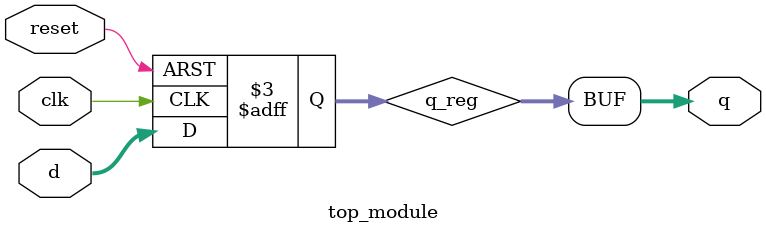
<source format=sv>
module top_module(
	input clk,
	input [7:0] d,
	input reset,
	output reg [7:0] q);

	reg [7:0] q_reg;
	always @(negedge clk or posedge reset) begin
		if (reset)
			q_reg <= 8'd34;
		else
			q_reg <= d;
	end

	always @*
		q = q_reg;
endmodule

</source>
